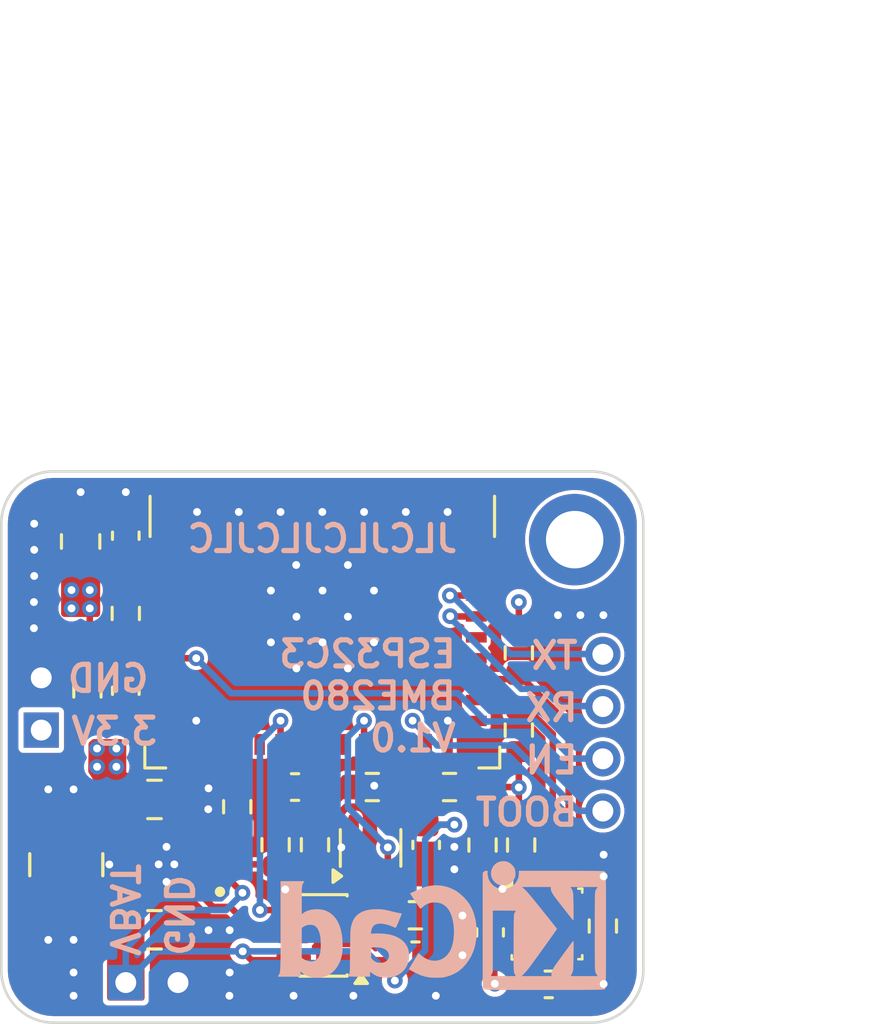
<source format=kicad_pcb>
(kicad_pcb (version 20241229) (generator "pcbnew") (generator_version "9.0")
  (title_block (title "ESP32C3-BME280 ENV BOARD") (date "2025-09-15") (rev "1.0"))
  (layers (0 "F.Cu" signal) (4 "In1.Cu" signal) (6 "In2.Cu" signal) (2 "B.Cu" signal) (13 "F.Paste" user) (15 "B.Paste" user) (5 "F.SilkS" user "F.Silkscreen") (7 "B.SilkS" user "B.Silkscreen") (1 "F.Mask" user) (3 "B.Mask" user) (25 "Edge.Cuts" user))
  (net 0 "")
  (net 1 "GND")
  (net 2 "Net-(U1-L1)")
  (net 3 "Net-(U1-L2)")
  (net 4 "+3.3V")
  (net 5 "SCL")
  (net 6 "SDA")
  (net 7 "Net-(U2-SDO)")
  (net 8 "Net-(U2-CSB)")
  (net 9 "BAT_MEAS_EN")
  (net 10 "VBAT")
  (net 11 "BOOT")
  (net 12 "GPIO16{slash}TXD")
  (net 13 "GPIO17{slash}RXD")
  (net 14 "EN")
  (net 15 "EN_CONTROL")
  (net 16 "Net-(U5-DELAY{slash}M_DRV)")
  (net 17 "Net-(U1-CFG1)")
  (net 18 "Net-(U1-CFG2)")
  (net 19 "Net-(U3-GPIO8)")
  (net 20 "Net-(U3-GPIO2{slash}ADC1_CH2)")
  (net 21 "unconnected-(U3-GPIO0{slash}ADC1_CH0{slash}XTAL_32K_P-Pad12)")
  (net 35 "GPIO_BAT_ADC")
  (net 37 "GPIO_DONE")
  (net 42 "Net-(U4-OUT)")
  (footprint "Resistor_SMD:R_0603_1608Metric" (layer "F.Cu") (at 154.475 96.53 180)
    (property "Reference" "R11" (hide yes))
    (property "Value" "10K")
  )
  (footprint "Package_TO_SOT_SMD:SOT-363_SC-70-6" (layer "F.Cu") (at 151.45 98.86 90)
    (property "Reference" "U4" (hide yes))
    (property "Value" "SiP32431DR3" (hide yes))
  )
  (footprint "Package_TO_SOT_SMD:SOT-23-6" (layer "F.Cu") (at 149.64 102.21 180)
    (property "Reference" "U5" (hide yes))
    (property "Value" "TPL5111")
  )
  (footprint "Resistor_SMD:R_0603_1608Metric" (layer "F.Cu") (at 140.6 92.85 -90)
    (property "Reference" "R10" (hide yes))
    (property "Value" "10K")
  )
  (footprint "Resistor_SMD:R_0603_1608Metric" (layer "F.Cu") (at 149.32 98.74 -90)
    (property "Reference" "R8" (hide yes))
    (property "Value" "100K 1%")
  )
  (footprint "Espressif:ESP32-C3-MINI-1" (layer "F.Cu") (at 149.6 87.3)
    (property "Reference" "U3" (hide yes))
    (property "Value" "ESP32-C3-MINI-1" (hide yes))
  )
  (footprint "Capacitor_SMD:C_0603_1608Metric" (layer "F.Cu") (at 158.275 104.085)
    (property "Reference" "C4" (hide yes))
    (property "Value" "0.1uF")
  )
  (footprint "Capacitor_SMD:C_0603_1608Metric" (layer "F.Cu") (at 142.07 92.845 -90)
    (property "Reference" "C11" (hide yes))
    (property "Value" "1uF")
  )
  (footprint "TPS63900DSKR-MAIN:DSK0010A" (layer "F.Cu") (at 143.63 99.49 180)
    (property "Reference" "U1" (hide yes))
    (property "Value" "TPS63900DSKR" (hide yes))
  )
  (footprint "Capacitor_SMD:C_0603_1608Metric" (layer "F.Cu") (at 153.58 98.745 -90)
    (property "Reference" "C7" (hide yes))
    (property "Value" "1uF")
  )
  (footprint "Resistor_SMD:R_0603_1608Metric" (layer "F.Cu") (at 157.22 98.75 -90)
    (property "Reference" "R4" (hide yes))
    (property "Value" "10K")
  )
  (footprint "Capacitor_SMD:C_0805_2012Metric" (layer "F.Cu") (at 140.34 87.13 90)
    (property "Reference" "C9" (hide yes))
    (property "Value" "22uF")
  )
  (footprint "Capacitor_SMD:C_0805_2012Metric" (layer "F.Cu") (at 143.17 101.994922)
    (property "Reference" "C1" (hide yes))
    (property "Value" "22uF")
  )
  (footprint "Resistor_SMD:R_0603_1608Metric" (layer "F.Cu") (at 153.165 101.44)
    (property "Reference" "R7" (hide yes))
    (property "Value" "77.7K 1%")
  )
  (footprint "Capacitor_SMD:C_0805_2012Metric" (layer "F.Cu") (at 143.17 97.004922)
    (property "Reference" "C2" (hide yes))
    (property "Value" "22uF")
  )
  (footprint "Resistor_SMD:R_0603_1608Metric" (layer "F.Cu") (at 151.515 96.53)
    (property "Reference" "R9" (hide yes))
    (property "Value" "100K 1%")
  )
  (footprint "Resistor_SMD:R_0603_1608Metric" (layer "F.Cu") (at 160.35 101.85 90)
    (property "Reference" "R3" (hide yes))
    (property "Value" "10K")
  )
  (footprint "Resistor_SMD:R_0603_1608Metric" (layer "F.Cu") (at 142.07 89.885 90)
    (property "Reference" "R13" (hide yes))
    (property "Value" "10K")
  )
  (footprint "Resistor_SMD:R_0603_1608Metric" (layer "F.Cu") (at 155.74 98.75 90)
    (property "Reference" "R12" (hide yes))
    (property "Value" "10K")
  )
  (footprint "Capacitor_SMD:C_0603_1608Metric" (layer "F.Cu") (at 153.17 102.97)
    (property "Reference" "C5" (hide yes))
    (property "Value" "0.1uF")
  )
  (footprint "Resistor_SMD:R_0603_1608Metric" (layer "F.Cu") (at 146.34 97.285 90)
    (property "Reference" "R2" (hide yes))
    (property "Value" "0Ω 1%")
  )
  (footprint "Capacitor_SMD:C_0603_1608Metric" (layer "F.Cu") (at 156.03 102.095 90)
    (property "Reference" "C3" (hide yes))
    (property "Value" "0.1uF")
  )
  (footprint "Resistor_SMD:R_0603_1608Metric" (layer "F.Cu") (at 157.13 91.395 90)
    (property "Reference" "R6" (hide yes))
    (property "Value" "10K")
  )
  (footprint "Resistor_SMD:R_0603_1608Metric" (layer "F.Cu") (at 147.81 98.74 90)
    (property "Reference" "R1" (hide yes))
    (property "Value" "36.5K 1%")
  )
  (footprint "DFE322520F_2R2M_P2:INDC3225X200N" (layer "F.Cu") (at 139.79 99.503922 90)
    (property "Reference" "L1" (hide yes))
    (property "Value" "DFE322520FD-2R2M=P2" (hide yes))
  )
  (footprint "Capacitor_SMD:C_0603_1608Metric" (layer "F.Cu") (at 148.555 96.53 180)
    (property "Reference" "C8" (hide yes))
    (property "Value" "0.1uF")
  )
  (footprint "MountingHole:MountingHole_2.2mm_M2_ISO7380_Pad" (layer "F.Cu") (at 159.27 87.06)
    (property "Reference" "H1" (hide yes))
    (property "Value" "MountingHole" (hide yes))
  )
  (footprint "Capacitor_SMD:C_0603_1608Metric" (layer "F.Cu") (at 142.07 86.91 90)
    (property "Reference" "C10" (hide yes))
    (property "Value" "0.1uF")
  )
  (footprint "Package_LGA:Bosch_LGA-8_2.5x2.5mm_P0.65mm_ClockwisePinNumbering" (layer "F.Cu") (at 158.21 101.77)
    (property "Reference" "U2" (hide yes))
    (property "Value" "BME280" (hide yes))
  )
  (footprint "Resistor_SMD:R_0603_1608Metric" (layer "F.Cu") (at 157.13 94.35 -90)
    (property "Reference" "R5" (hide yes))
    (property "Value" "10K")
  )
  (footprint "Connector_PinHeader_2.00mm:PinHeader_1x02_P2.00mm_Vertical" (layer "B.Cu") (at 138.83 94.35)
    (property "Reference" "J2" (hide yes))
    (property "Value" "Conn_01x02" (hide yes))
  )
  (footprint "Connector_PinHeader_2.00mm:PinHeader_1x04_P2.00mm_Vertical" (layer "B.Cu") (at 160.35 91.45 180)
    (property "Reference" "J3" (hide yes))
    (property "Value" "Conn_01x04" (hide yes))
  )
  (footprint "Symbol:KiCad-Logo_5mm_SilkScreen" (layer "B.Cu") (at 154.19 102.35 180)
    (property "Reference" "REF**" (hide yes))
    (property "Value" "KiCad-Logo_5mm_SilkScreen" (hide yes))
  )
  (footprint "Connector_PinHeader_2.00mm:PinHeader_1x02_P2.00mm_Vertical" (layer "B.Cu") (at 142.07 104.014922 -90)
    (property "Reference" "J1" (hide yes))
    (property "Value" "Conn_01x02" (hide yes))
  )
  (gr_arc (start 161.9 103.548002) (mid 161.314213 104.962214) (end 159.9 105.548002) (stroke (width 0.1)) (layer "Edge.Cuts"))
  (gr_arc (start 159.9 84.448002) (mid 161.314214 85.033788) (end 161.9 86.448002) (stroke (width 0.1)) (layer "Edge.Cuts"))
  (gr_line (start 137.3 86.448002) (end 137.3 103.548002) (stroke (width 0.1)) (layer "Edge.Cuts"))
  (gr_arc (start 139.3 105.548002) (mid 137.885786 104.962216) (end 137.3 103.548002) (stroke (width 0.1)) (layer "Edge.Cuts"))
  (gr_line (start 159.9 84.448002) (end 139.3 84.448002) (stroke (width 0.1)) (layer "Edge.Cuts"))
  (gr_line (start 139.3 105.548002) (end 159.9 105.548002) (stroke (width 0.1)) (layer "Edge.Cuts"))
  (gr_line (start 161.9 86.448002) (end 161.9 103.548002) (stroke (width 0.1)) (layer "Edge.Cuts"))
  (gr_arc (start 137.3 86.448002) (mid 137.885786 85.033788) (end 139.3 84.448002) (stroke (width 0.1)) (layer "Edge.Cuts"))
  (gr_text "3.3V\n" (at 139.88 94.4 0) (layer "B.SilkS") (effects (font (size 1 1) (thickness 0.2) (bold yes)) (justify right mirror)))
  (gr_text "GND" (at 139.74 92.38 0) (layer "B.SilkS") (effects (font (size 1 1) (thickness 0.2) (bold yes)) (justify right mirror)))
  (gr_text "TX" (at 159.49 91.5 0) (layer "B.SilkS") (effects (font (size 1 1) (thickness 0.2) (bold yes)) (justify left mirror)))
  (gr_text "GND\n" (at 144.08 103.1 270) (layer "B.SilkS") (effects (font (size 1 1) (thickness 0.2) (bold yes)) (justify left mirror)))
  (gr_text "EN" (at 159.49 95.5 0) (layer "B.SilkS") (effects (font (size 1 1) (thickness 0.2) (bold yes)) (justify left mirror)))
  (gr_text "VBAT" (at 142.01 103.1 270) (layer "B.SilkS") (effects (font (size 1 1) (thickness 0.2) (bold yes)) (justify left mirror)))
  (gr_text "BOOT" (at 159.49 97.5 0) (layer "B.SilkS") (effects (font (size 1 1) (thickness 0.2) (bold yes)) (justify left mirror)))
  (gr_text "ESP32C3\nBME280 \nV1.0\n" (at 154.82 93.05 0) (layer "B.SilkS") (effects (font (size 1 1) (thickness 0.2) (bold yes)) (justify left mirror)))
  (gr_text "JLCJLCJLCJLC" (at 149.6 87.61 0) (layer "B.SilkS") (effects (font (size 1 1) (thickness 0.2) (bold yes)) (justify bottom mirror)))
  (gr_text "RX" (at 159.49 93.5 0) (layer "B.SilkS") (effects (font (size 1 1) (thickness 0.2) (bold yes)) (justify left mirror)))
  (via (at 148.61 91.99) (size 0.6) (drill 0.3) (layers "F.Cu" "B.Cu") (net 1))
  (via (at 139.1 96.62) (size 0.6) (drill 0.3) (layers "F.Cu" "B.Cu") (net 1))
  (via (at 160.38 104.07) (size 0.6) (drill 0.3) (layers "F.Cu" "B.Cu") (net 1))
  (via (at 150.58 91.99) (size 0.6) (drill 0.3) (layers "F.Cu" "B.Cu") (net 1))
  (via (at 154.97 102.97) (size 0.6) (drill 0.3) (layers "F.Cu" "B.Cu") (net 1))
  (via (at 150.58 90.01) (size 0.6) (drill 0.3) (layers "F.Cu" "B.Cu") (net 1))
  (via (at 146.4 86) (size 0.6) (drill 0.3) (layers "F.Cu" "B.Cu") (net 1))
  (via (at 154.4 86) (size 0.6) (drill 0.3) (layers "F.Cu" "B.Cu") (net 1))
  (via (at 150.79 104.52) (size 0.6) (drill 0.3) (layers "F.Cu" "B.Cu") (net 1))
  (via (at 144.8 86) (size 0.6) (drill 0.3) (layers "F.Cu" "B.Cu") (net 1))
  (via (at 140.07 103.63) (size 0.6) (drill 0.3) (layers "F.Cu" "B.Cu") (net 1))
  (via (at 138.56 87.45) (size 0.6) (drill 0.3) (layers "F.Cu" "B.Cu") (net 1))
  (via (at 140.07 96.62) (size 0.6) (drill 0.3) (layers "F.Cu" "B.Cu") (net 1))
  (via (at 148.61 90.01) (size 0.6) (drill 0.3) (layers "F.Cu" "B.Cu") (net 1))
  (via (at 146.05 103.63) (size 0.6) (drill 0.3) (layers "F.Cu" "B.Cu") (net 1))
  (via (at 151.2 86) (size 0.6) (drill 0.3) (layers "F.Cu" "B.Cu") (net 1))
  (via (at 148 86) (size 0.6) (drill 0.3) (layers "F.Cu" "B.Cu") (net 1))
  (via (at 151.58 89.01) (size 0.6) (drill 0.3) (layers "F.Cu" "B.Cu") (net 1))
  (via (at 140.07 104.52) (size 0.6) (drill 0.3) (layers "F.Cu" "B.Cu") (net 1))
  (via (at 138.56 86.45) (size 0.6) (drill 0.3) (layers "F.Cu" "B.Cu") (net 1))
  (via (at 154.97 101.45) (size 0.6) (drill 0.3) (layers "F.Cu" "B.Cu") (net 1))
  (via (at 147.63 90.99) (size 0.6) (drill 0.3) (layers "F.Cu" "B.Cu") (net 1))
  (via (at 140.34 85.24) (size 0.6) (drill 0.3) (layers "F.Cu" "B.Cu") (net 1))
  (via (at 150.58 88.03) (size 0.6) (drill 0.3) (layers "F.Cu" "B.Cu") (net 1))
  (via (at 145.23 97.38) (size 0.6) (drill 0.3) (layers "F.Cu" "B.Cu") (net 1))
  (via (at 152.8 86) (size 0.6) (drill 0.3) (layers "F.Cu" "B.Cu") (net 1))
  (via (at 138.55 90.45) (size 0.6) (drill 0.3) (layers "F.Cu" "B.Cu") (net 1))
  (via (at 159.49 89.95) (size 0.6) (drill 0.3) (layers "F.Cu" "B.Cu") (net 1))
  (via (at 148.6 88.03) (size 0.6) (drill 0.3) (layers "F.Cu" "B.Cu") (net 1))
  (via (at 148.18 100.45) (size 0.6) (drill 0.3) (layers "F.Cu" "B.Cu") (net 1))
  (via (at 150.33 98.84) (size 0.6) (drill 0.3) (layers "F.Cu" "B.Cu") (net 1))
  (via (at 160.38 99.95) (size 0.6) (drill 0.3) (layers "F.Cu" "B.Cu") (net 1))
  (via (at 139.1 102.38) (size 0.6) (drill 0.3) (layers "F.Cu" "B.Cu") (net 1))
  (via (at 145.24 96.58) (size 0.6) (drill 0.3) (layers "F.Cu" "B.Cu") (net 1))
  (via (at 138.56 88.45) (size 0.6) (drill 0.3) (layers "F.Cu" "B.Cu") (net 1))
  (via (at 138.55 89.45) (size 0.6) (drill 0.3) (layers "F.Cu" "B.Cu") (net 1))
  (via (at 158.63 89.95) (size 0.6) (drill 0.3) (layers "F.Cu" "B.Cu") (net 1))
  (via (at 144.77 93.99) (size 0.6) (drill 0.3) (layers "F.Cu" "B.Cu") (net 1))
  (via (at 149.6 86) (size 0.6) (drill 0.3) (layers "F.Cu" "B.Cu") (net 1))
  (via (at 148.5 104.52) (size 0.6) (drill 0.3) (layers "F.Cu" "B.Cu") (net 1))
  (via (at 160.38 99.12) (size 0.6) (drill 0.3) (layers "F.Cu" "B.Cu") (net 1))
  (via (at 146.04 104.52) (size 0.6) (drill 0.3) (layers "F.Cu" "B.Cu") (net 1))
  (via (at 141.44 99.494925) (size 0.6) (drill 0.3) (layers "F.Cu" "B.Cu") (net 1))
  (via (at 153.95 104.52) (size 0.6) (drill 0.3) (layers "F.Cu" "B.Cu") (net 1))
  (via (at 149.61 89.01) (size 0.6) (drill 0.3) (layers "F.Cu" "B.Cu") (net 1))
  (via (at 160.37 89.95) (size 0.6) (drill 0.3) (layers "F.Cu" "B.Cu") (net 1))
  (via (at 140.07 102.38) (size 0.6) (drill 0.3) (layers "F.Cu" "B.Cu") (net 1))
  (via (at 154.66 98.82) (size 0.6) (drill 0.3) (layers "F.Cu" "B.Cu") (net 1))
  (via (at 149.61 90.99) (size 0.6) (drill 0.3) (layers "F.Cu" "B.Cu") (net 1))
  (via (at 151.59 96.48) (size 0.6) (drill 0.3) (layers "F.Cu" "B.Cu") (net 1))
  (via (at 145.24 102.01) (size 0.6) (drill 0.3) (layers "F.Cu" "B.Cu") (net 1))
  (via (at 147.63 89.01) (size 0.6) (drill 0.3) (layers "F.Cu" "B.Cu") (net 1))
  (via (at 154.41 93.99) (size 0.6) (drill 0.3) (layers "F.Cu" "B.Cu") (net 1))
  (via (at 156.5 100.43) (size 0.6) (drill 0.3) (layers "F.Cu" "B.Cu") (net 1))
  (via (at 142.07 85.24) (size 0.6) (drill 0.3) (layers "F.Cu" "B.Cu") (net 1))
  (via (at 151.58 90.99) (size 0.6) (drill 0.3) (layers "F.Cu" "B.Cu") (net 1))
  (via (at 154.66 99.68) (size 0.6) (drill 0.3) (layers "F.Cu" "B.Cu") (net 1))
  (via (at 146.05 102.01) (size 0.6) (drill 0.3) (layers "F.Cu" "B.Cu") (net 1))
  (segment (start 157.13 96.545) (end 157.13 97.835) (width 0.25) (layer "F.Cu") (net 4))
  (segment (start 157.13 97.835) (end 157.22 97.925) (width 0.25) (layer "F.Cu") (net 4))
  (segment (start 140.34 87.88) (end 140.34 88.08) (width 0.5) (layer "F.Cu") (net 4))
  (segment (start 142.07 87.685) (end 140.735 87.685) (width 0.5) (layer "F.Cu") (net 4))
  (segment (start 143.73 87.58) (end 142.145 87.58) (width 0.5) (layer "F.Cu") (net 4))
  (segment (start 157.13 90.57) (end 157.13 89.42) (width 0.25) (layer "F.Cu") (net 4))
  (segment (start 142.07 90.71) (end 140.69 90.71) (width 0.25) (layer "F.Cu") (net 4))
  (segment (start 157.5 104.085) (end 158.535 103.05) (width 0.25) (layer "F.Cu") (net 4))
  (segment (start 140.735 87.685) (end 140.34 88.08) (width 0.5) (layer "F.Cu") (net 4))
  (segment (start 157.115 96.53) (end 157.13 96.545) (width 0.25) (layer "F.Cu") (net 4))
  (segment (start 156.19 103.03) (end 156.19 104.04) (width 0.25) (layer "F.Cu") (net 4))
  (segment (start 140.69 90.71) (end 140.69 91.935) (width 0.25) (layer "F.Cu") (net 4))
  (segment (start 140.69 90.71) (end 140.69 89.69) (width 0.25) (layer "F.Cu") (net 4))
  (segment (start 157.13 95.175) (end 157.13 96.545) (width 0.25) (layer "F.Cu") (net 4))
  (segment (start 156.03 102.87) (end 156.19 103.03) (width 0.25) (layer "F.Cu") (net 4))
  (segment (start 157.145 96.53) (end 157.16 96.545) (width 0.25) (layer "F.Cu") (net 4))
  (segment (start 156.19 104.04) (end 156.21 104.06) (width 0.25) (layer "F.Cu") (net 4))
  (segment (start 158.535 103.05) (end 158.535 102.795) (width 0.25) (layer "F.Cu") (net 4))
  (segment (start 156.21 104.06) (end 156.21 104.09) (width 0.25) (layer "F.Cu") (net 4))
  (segment (start 155.94 102.96) (end 156.03 102.87) (width 0.25) (layer "F.Cu") (net 4))
  (segment (start 157.13 96.515) (end 157.16 96.545) (width 0.25) (layer "F.Cu") (net 4))
  (segment (start 157.235 102.795) (end 156.24 102.795) (width 0.25) (layer "F.Cu") (net 4))
  (segment (start 157.225 104.36) (end 157.5 104.085) (width 0.25) (layer "F.Cu") (net 4))
  (segment (start 157.475 104.06) (end 157.5 104.085) (width 0.25) (layer "F.Cu") (net 4))
  (segment (start 156.21 104.06) (end 157.475 104.06) (width 0.25) (layer "F.Cu") (net 4))
  (segment (start 142.145 87.58) (end 142.04 87.685) (width 0.5) (layer "F.Cu") (net 4))
  (segment (start 140.69 91.935) (end 140.6 92.025) (width 0.25) (layer "F.Cu") (net 4))
  (segment (start 155.3 96.53) (end 157.115 96.53) (width 0.25) (layer "F.Cu") (net 4))
  (segment (start 155.97 102.645) (end 156.03 102.585) (width 0.25) (layer "F.Cu") (net 4))
  (via (at 140.69 89.69) (size 0.6) (drill 0.3) (layers "F.Cu" "B.Cu") (net 4))
  (via (at 156.21 104.06) (size 0.6) (drill 0.3) (layers "F.Cu" "B.Cu") (net 4))
  (via (at 141.71 95.054922) (size 0.6) (drill 0.3) (layers "F.Cu" "B.Cu") (net 4))
  (via (at 140.69 88.99) (size 0.6) (drill 0.3) (layers "F.Cu" "B.Cu") (net 4))
  (via (at 139.99 89.69) (size 0.6) (drill 0.3) (layers "F.Cu" "B.Cu") (net 4))
  (via (at 157.13 96.545) (size 0.6) (drill 0.3) (layers "F.Cu" "B.Cu") (net 4))
  (via (at 141.71 95.754922) (size 0.6) (drill 0.3) (layers "F.Cu" "B.Cu") (net 4))
  (via (at 140.97 95.754922) (size 0.6) (drill 0.3) (layers "F.Cu" "B.Cu") (net 4))
  (via (at 140.97 95.054922) (size 0.6) (drill 0.3) (layers "F.Cu" "B.Cu") (net 4))
  (via (at 139.99 88.99) (size 0.6) (drill 0.3) (layers "F.Cu" "B.Cu") (net 4))
  (via (at 157.13 89.45) (size 0.6) (drill 0.3) (layers "F.Cu" "B.Cu") (net 4))
  (segment (start 159.185 100.745) (end 159.04 100.6) (width 0.25) (layer "F.Cu") (net 5))
  (segment (start 159.04 100.6) (end 159.04 94.13) (width 0.25) (layer "F.Cu") (net 5))
  (segment (start 155.5 92.4) (end 156.95 92.4) (width 0.25) (layer "F.Cu") (net 5))
  (segment (start 156.95 92.4) (end 157.13 92.22) (width 0.25) (layer "F.Cu") (net 5))
  (segment (start 159.04 94.13) (end 157.13 92.22) (width 0.25) (layer "F.Cu") (net 5))
  (segment (start 158.43 100.64) (end 158.535 100.745) (width 0.25) (layer "F.Cu") (net 6))
  (segment (start 156.805 93.2) (end 157.13 93.525) (width 0.25) (layer "F.Cu") (net 6))
  (segment (start 157.455 93.525) (end 158.43 94.5) (width 0.25) (layer "F.Cu") (net 6))
  (segment (start 157.13 93.525) (end 157.455 93.525) (width 0.25) (layer "F.Cu") (net 6))
  (segment (start 155.5 93.2) (end 156.805 93.2) (width 0.25) (layer "F.Cu") (net 6))
  (segment (start 158.43 94.5) (end 158.43 100.64) (width 0.25) (layer "F.Cu") (net 6))
  (segment (start 159.185 102.795) (end 160.23 102.795) (width 0.25) (layer "F.Cu") (net 7))
  (segment (start 160.23 102.795) (end 160.35 102.675) (width 0.25) (layer "F.Cu") (net 7))
  (segment (start 157.4 100.07) (end 157.4 99.755) (width 0.25) (layer "F.Cu") (net 8))
  (segment (start 157.885 100.745) (end 157.885 100.555) (width 0.25) (layer "F.Cu") (net 8))
  (segment (start 157.885 100.555) (end 157.4 100.07) (width 0.25) (layer "F.Cu") (net 8))
  (segment (start 157.4 99.755) (end 157.22 99.575) (width 0.25) (layer "F.Cu") (net 8))
  (segment (start 152.11 98.84) (end 152.11 99.8) (width 0.25) (layer "F.Cu") (net 9))
  (segment (start 151.2 93.99) (end 151.2 94.9) (width 0.25) (layer "F.Cu") (net 9))
  (segment (start 152.11 99.8) (end 152.1 99.81) (width 0.25) (layer "F.Cu") (net 9))
  (via (at 152.11 98.84) (size 0.6) (drill 0.3) (layers "F.Cu" "B.Cu") (net 9))
  (via (at 151.2 93.99) (size 0.6) (drill 0.3) (layers "F.Cu" "B.Cu") (net 9))
  (segment (start 150.58 97.31) (end 152.11 98.84) (width 0.25) (layer "B.Cu") (net 9))
  (segment (start 151.2 93.99) (end 150.58 94.61) (width 0.25) (layer "B.Cu") (net 9))
  (segment (start 150.58 94.61) (end 150.58 97.31) (width 0.25) (layer "B.Cu") (net 9))
  (segment (start 154.66 97.97) (end 153.58 97.97) (width 0.25) (layer "F.Cu") (net 10))
  (segment (start 152.38 102.985) (end 152.395 102.97) (width 0.25) (layer "F.Cu") (net 10))
  (segment (start 146.54 100.58) (end 145.954922 99.994922) (width 0.25) (layer "F.Cu") (net 10))
  (segment (start 152.395 102.97) (end 152.395 103.925) (width 0.25) (layer "F.Cu") (net 10))
  (segment (start 152.18 97.99) (end 152.1 97.91) (width 0.2) (layer "F.Cu") (net 10))
  (segment (start 153.58 97.97) (end 152.16 97.97) (width 0.25) (layer "F.Cu") (net 10))
  (segment (start 148.5025 103.16) (end 146.89 103.16) (width 0.25) (layer "F.Cu") (net 10))
  (segment (start 145.954922 99.994922) (end 144.77 99.994922) (width 0.25) (layer "F.Cu") (net 10))
  (segment (start 152.16 97.97) (end 152.1 97.91) (width 0.25) (layer "F.Cu") (net 10))
  (segment (start 150.7775 103.16) (end 152.205 103.16) (width 0.25) (layer "F.Cu") (net 10))
  (segment (start 152.205 103.16) (end 152.395 102.97) (width 0.25) (layer "F.Cu") (net 10))
  (segment (start 152.395 103.925) (end 152.38 103.94) (width 0.25) (layer "F.Cu") (net 10))
  (segment (start 146.89 103.16) (end 146.55 102.82) (width 0.25) (layer "F.Cu") (net 10))
  (via (at 152.38 103.94) (size 0.6) (drill 0.3) (layers "F.Cu" "B.Cu") (net 10))
  (via (at 146.55 102.82) (size 0.6) (drill 0.3) (layers "F.Cu" "B.Cu") (net 10))
  (via (at 146.54 100.58) (size 0.6) (drill 0.3) (layers "F.Cu" "B.Cu") (net 10))
  (via (at 154.66 97.97) (size 0.6) (drill 0.3) (layers "F.Cu" "B.Cu") (net 10))
  (segment (start 142.07 102.72) (end 142.07 104.014922) (width 0.25) (layer "B.Cu") (net 10))
  (segment (start 154.695298 97.97) (end 154.66 97.97) (width 0.25) (layer "B.Cu") (net 10))
  (segment (start 153.54 102.78) (end 153.54 98.53) (width 0.25) (layer "B.Cu") (net 10))
  (segment (start 143.264922 102.82) (end 142.07 104.014922) (width 0.25) (layer "B.Cu") (net 10))
  (segment (start 146.55 102.82) (end 143.264922 102.82) (width 0.25) (layer "B.Cu") (net 10))
  (segment (start 154.1 97.97) (end 154.66 97.97) (width 0.25) (layer "B.Cu") (net 10))
  (segment (start 152.38 103.93) (end 151.27 102.82) (width 0.25) (layer "B.Cu") (net 10))
  (segment (start 146.54 100.61) (end 145.91 101.24) (width 0.25) (layer "B.Cu") (net 10))
  (segment (start 152.38 103.94) (end 153.54 102.78) (width 0.25) (layer "B.Cu") (net 10))
  (segment (start 143.55 101.24) (end 142.07 102.72) (width 0.25) (layer "B.Cu") (net 10))
  (segment (start 146.54 100.58) (end 146.54 100.61) (width 0.25) (layer "B.Cu") (net 10))
  (segment (start 151.27 102.82) (end 146.55 102.82) (width 0.25) (layer "B.Cu") (net 10))
  (segment (start 145.91 101.24) (end 143.55 101.24) (width 0.25) (layer "B.Cu") (net 10))
  (segment (start 153.54 98.53) (end 154.1 97.97) (width 0.25) (layer "B.Cu") (net 10))
  (segment (start 152.38 103.94) (end 152.38 103.93) (width 0.25) (layer "B.Cu") (net 10))
  (segment (start 153.6 94.53) (end 153.6 94.9) (width 0.25) (layer "F.Cu") (net 11))
  (segment (start 153.63 94.9) (end 153.64 94.89) (width 0.25) (layer "F.Cu") (net 11))
  (segment (start 153.06 93.99) (end 153.6 94.53) (width 0.25) (layer "F.Cu") (net 11))
  (via (at 153.06 93.99) (size 0.6) (drill 0.3) (layers "F.Cu" "B.Cu") (net 11))
  (segment (start 159.41 97.44) (end 160.34 97.44) (width 0.25) (layer "B.Cu") (net 11))
  (segment (start 154 94.94) (end 156.91 94.94) (width 0.25) (layer "B.Cu") (net 11))
  (segment (start 154 94.93) (end 153.06 93.99) (width 0.25) (layer "B.Cu") (net 11))
  (segment (start 153.06 93.98) (end 153.06 94) (width 0.25) (layer "B.Cu") (net 11))
  (segment (start 154 94.94) (end 154 94.93) (width 0.25) (layer "B.Cu") (net 11))
  (segment (start 156.91 94.94) (end 159.41 97.44) (width 0.25) (layer "B.Cu") (net 11))
  (segment (start 155.53 89.2) (end 154.49 89.2) (width 0.25) (layer "F.Cu") (net 12))
  (via (at 154.49 89.2) (size 0.6) (drill 0.3) (layers "F.Cu" "B.Cu") (net 12))
  (segment (start 154.57 89.2) (end 156.81 91.44) (width 0.25) (layer "B.Cu") (net 12))
  (segment (start 156.81 91.44) (end 160.34 91.44) (width 0.25) (layer "B.Cu") (net 12))
  (segment (start 154.49 89.2) (end 154.57 89.2) (width 0.25) (layer "B.Cu") (net 12))
  (segment (start 155.53 90) (end 154.51 90) (width 0.25) (layer "F.Cu") (net 13))
  (segment (start 154.51 90) (end 154.5 89.99) (width 0.25) (layer "F.Cu") (net 13))
  (via (at 154.5 89.99) (size 0.6) (drill 0.3) (layers "F.Cu" "B.Cu") (net 13))
  (segment (start 160.34 93.44) (end 160.33 93.43) (width 0.25) (layer "B.Cu") (net 13))
  (segment (start 157.22 92.77) (end 154.5 90.05) (width 0.25) (layer "B.Cu") (net 13))
  (segment (start 160.33 93.43) (end 158.73 93.43) (width 0.25) (layer "B.Cu") (net 13))
  (segment (start 158.73 93.43) (end 158.07 92.77) (width 0.25) (layer "B.Cu") (net 13))
  (segment (start 158.07 92.77) (end 157.22 92.77) (width 0.25) (layer "B.Cu") (net 13))
  (segment (start 154.5 90.05) (end 154.5 89.99) (width 0.25) (layer "B.Cu") (net 13))
  (segment (start 142.54 91.6) (end 142.07 92.07) (width 0.25) (layer "F.Cu") (net 14))
  (segment (start 143.7 91.6) (end 142.54 91.6) (width 0.25) (layer "F.Cu") (net 14))
  (segment (start 140.6 93.675) (end 140.6 93.54) (width 0.2) (layer "F.Cu") (net 14))
  (segment (start 143.7 91.6) (end 144.77 91.6) (width 0.25) (layer "F.Cu") (net 14))
  (segment (start 140.6 93.54) (end 142.07 92.07) (width 0.25) (layer "F.Cu") (net 14))
  (via (at 144.77 91.6) (size 0.6) (drill 0.3) (layers "F.Cu" "B.Cu") (net 14))
  (segment (start 146.11 92.94) (end 154.79 92.94) (width 0.25) (layer "B.Cu") (net 14))
  (segment (start 154.79 92.94) (end 155.87 94.02) (width 0.25) (layer "B.Cu") (net 14))
  (segment (start 155.87 94.02) (end 157.77 94.02) (width 0.25) (layer "B.Cu") (net 14))
  (segment (start 157.77 94.02) (end 159.19 95.44) (width 0.25) (layer "B.Cu") (net 14))
  (segment (start 144.77 91.6) (end 146.11 92.94) (width 0.25) (layer "B.Cu") (net 14))
  (segment (start 159.19 95.44) (end 160.34 95.44) (width 0.25) (layer "B.Cu") (net 14))
  (segment (start 145.41 101.12) (end 146.07 101.12) (width 0.25) (layer "F.Cu") (net 15))
  (segment (start 146.07 101.12) (end 147.16 102.21) (width 0.25) (layer "F.Cu") (net 15))
  (segment (start 147.16 102.21) (end 148.5025 102.21) (width 0.25) (layer "F.Cu") (net 15))
  (segment (start 144.78 100.49) (end 145.41 101.12) (width 0.25) (layer "F.Cu") (net 15))
  (segment (start 150.7775 101.26) (end 152.16 101.26) (width 0.25) (layer "F.Cu") (net 16))
  (segment (start 152.16 101.26) (end 152.34 101.44) (width 0.25) (layer "F.Cu") (net 16))
  (segment (start 147.7 99.49) (end 147.74 99.53) (width 0.2) (layer "F.Cu") (net 17))
  (segment (start 144.78 99.49) (end 147.7 99.49) (width 0.25) (layer "F.Cu") (net 17))
  (segment (start 145.46 98.99) (end 146.35 98.1) (width 0.25) (layer "F.Cu") (net 18))
  (segment (start 144.78 98.99) (end 145.46 98.99) (width 0.25) (layer "F.Cu") (net 18))
  (segment (start 152.8 95.32) (end 152.8 94.9) (width 0.25) (layer "F.Cu") (net 19))
  (segment (start 153.65 96.53) (end 153.65 96.17) (width 0.25) (layer "F.Cu") (net 19))
  (segment (start 153.65 96.17) (end 152.8 95.32) (width 0.25) (layer "F.Cu") (net 19))
  (segment (start 142.21 89.2) (end 142.07 89.06) (width 0.25) (layer "F.Cu") (net 20))
  (segment (start 143.7 89.2) (end 142.21 89.2) (width 0.25) (layer "F.Cu") (net 20))
  (segment (start 144.86 94.91) (end 144.83 94.88) (width 0.25) (layer "F.Cu") (net 21))
  (segment (start 149.6 96.26) (end 149.33 96.53) (width 0.25) (layer "F.Cu") (net 35))
  (segment (start 149.33 96.53) (end 149.36 96.53) (width 0.25) (layer "F.Cu") (net 35))
  (segment (start 149.32 97.9) (end 150.01 97.21) (width 0.25) (layer "F.Cu") (net 35))
  (segment (start 149.33 96.56) (end 149.33 96.53) (width 0.25) (layer "F.Cu") (net 35))
  (segment (start 150.01 97.21) (end 150.69 96.53) (width 0.25) (layer "F.Cu") (net 35))
  (segment (start 149.32 97.915) (end 149.32 97.9) (width 0.25) (layer "F.Cu") (net 35))
  (segment (start 149.6 94.9) (end 149.6 96.26) (width 0.25) (layer "F.Cu") (net 35))
  (segment (start 149.33 96.53) (end 150.01 97.21) (width 0.25) (layer "F.Cu") (net 35))
  (segment (start 154.646 100.609) (end 155.67 99.585) (width 0.25) (layer "F.Cu") (net 37))
  (segment (start 148.775 101.24) (end 149.406 100.609) (width 0.25) (layer "F.Cu") (net 37))
  (segment (start 148 94.9) (end 148 93.99) (width 0.25) (layer "F.Cu") (net 37))
  (segment (start 147.21 101.24) (end 148.775 101.24) (width 0.25) (layer "F.Cu") (net 37))
  (segment (start 149.406 100.609) (end 154.646 100.609) (width 0.25) (layer "F.Cu") (net 37))
  (via (at 148 93.99) (size 0.6) (drill 0.3) (layers "F.Cu" "B.Cu") (net 37))
  (via (at 147.21 101.24) (size 0.6) (drill 0.3) (layers "F.Cu" "B.Cu") (net 37))
  (segment (start 148 93.99) (end 147.21 94.78) (width 0.25) (layer "B.Cu") (net 37))
  (segment (start 147.21 94.78) (end 147.21 101.24) (width 0.25) (layer "B.Cu") (net 37))
  (segment (start 150.8 99.81) (end 150.69 99.7) (width 0.25) (layer "F.Cu") (net 42))
  (segment (start 149.61 99.83) (end 149.44 99.66) (width 0.25) (layer "F.Cu") (net 42))
  (segment (start 150.69 99.7) (end 149.455 99.7) (width 0.25) (layer "F.Cu") (net 42))
  (segment (start 149.455 99.7) (end 149.32 99.565) (width 0.2) (layer "F.Cu") (net 42))
  (zone (net 4) (net_name "+3.3V") (layer "F.Cu") (priority 8) (connect_pads yes (clearance 0.2)) (min_thickness 0.25) (fill yes (thermal_gap 0.5) (thermal_bridge_width 0.5) (island_removal_mode 1) (island_area_min 10))
    (polygon (pts (xy 141.09 88.905) (xy 141.098318 87.569855) (xy 139.59 87.565003) (xy 139.59 88.905) (xy 139.591984 90.02) (xy 141.09 90.02)))
  )
  (zone (net 1) (net_name "GND") (layer "F.Cu") (connect_pads yes (clearance 0.15)) (min_thickness 0.2) (fill yes (thermal_gap 0.5) (thermal_bridge_width 0.5))
    (polygon (pts (xy 137.25 84.39) (xy 161.95 84.37) (xy 161.95 105.6) (xy 137.25 105.6)))
  )
  (zone (net 2) (net_name "Net-(U1-L1)") (layer "F.Cu") (priority 5) (connect_pads yes (clearance 0.2)) (min_thickness 0.2) (fill yes (thermal_gap 0.5) (thermal_bridge_width 0.5) (island_removal_mode 1) (island_area_min 10))
    (polygon (pts (xy 142.79 99.85) (xy 142.17 99.85) (xy 140.99 100.14) (xy 138.278522 100.14) (xy 138.28 101.71) (xy 141.3 101.71) (xy 142.08 100.2) (xy 142.18 100.13) (xy 142.79 100.13)))
  )
  (zone (net 4) (net_name "+3.3V") (layer "F.Cu") (priority 6) (connect_pads yes (clearance 0.2)) (min_thickness 0.2) (fill yes (thermal_gap 0.5) (thermal_bridge_width 0.5) (island_removal_mode 1) (island_area_min 10))
    (polygon (pts (xy 142.79 96.34) (xy 142.09 95.964922) (xy 142.09 94.844922) (xy 141.92 94.694922) (xy 140.8 94.694922) (xy 140.64 94.844922) (xy 140.64 95.274922) (xy 140.63 95.954922) (xy 141.4 97.134922) (xy 142.17 98.37) (xy 142.17 98.638068) (xy 142.79 98.64)))
  )
  (zone (net 3) (net_name "Net-(U1-L2)") (layer "F.Cu") (priority 4) (connect_pads yes (clearance 0.2)) (min_thickness 0.2) (fill yes (thermal_gap 0.5) (thermal_bridge_width 0.5) (island_removal_mode 1) (island_area_min 10))
    (polygon (pts (xy 142.8 99.124922) (xy 142.17 99.124922) (xy 140.99 98.87) (xy 138.28 98.87) (xy 138.28 97.29509) (xy 141.3 97.3) (xy 142.08 98.77) (xy 142.17 98.85) (xy 142.8 98.85)))
  )
  (zone (net 10) (net_name "VBAT") (layer "F.Cu") (name "VBAT") (priority 7) (connect_pads yes (clearance 0.2)) (min_thickness 0.2) (fill yes (thermal_gap 0.5) (thermal_bridge_width 0.5) (island_removal_mode 1) (island_area_min 10))
    (polygon (pts (xy 142.785 103.02) (xy 142.79 104.706702) (xy 141.355 104.705987) (xy 141.355 104.105497) (xy 141.355 101.905497) (xy 142.17 100.6) (xy 142.17 100.34) (xy 142.79 100.34)))
  )
  (zone (net 1) (net_name "GND") (layer "B.Cu") (priority 3) (connect_pads yes (clearance 0.15)) (min_thickness 0.2) (fill yes (thermal_gap 0.5) (thermal_bridge_width 0.5))
    (polygon (pts (xy 161.95 84.37) (xy 161.95 105.6) (xy 137.25 105.6) (xy 137.25 84.39)))
  )
)
</source>
